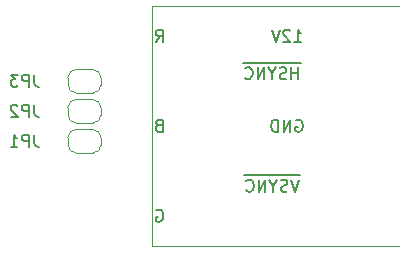
<source format=gbo>
G04 #@! TF.GenerationSoftware,KiCad,Pcbnew,(5.1.8)-1*
G04 #@! TF.CreationDate,2022-12-13T18:59:25+09:00*
G04 #@! TF.ProjectId,DIN8RJ45,44494e38-524a-4343-952e-6b696361645f,rev?*
G04 #@! TF.SameCoordinates,PX9157080PY791ddc0*
G04 #@! TF.FileFunction,Legend,Bot*
G04 #@! TF.FilePolarity,Positive*
%FSLAX46Y46*%
G04 Gerber Fmt 4.6, Leading zero omitted, Abs format (unit mm)*
G04 Created by KiCad (PCBNEW (5.1.8)-1) date 2022-12-13 18:59:25*
%MOMM*%
%LPD*%
G01*
G04 APERTURE LIST*
%ADD10C,0.120000*%
%ADD11C,0.150000*%
G04 APERTURE END LIST*
D10*
X24765000Y7620000D02*
X45720000Y7620000D01*
X24765000Y27940000D02*
X24765000Y7620000D01*
X45720000Y27940000D02*
X24765000Y27940000D01*
D11*
X25138095Y10660000D02*
X25233333Y10707620D01*
X25376190Y10707620D01*
X25519047Y10660000D01*
X25614285Y10564762D01*
X25661904Y10469524D01*
X25709523Y10279048D01*
X25709523Y10136191D01*
X25661904Y9945715D01*
X25614285Y9850477D01*
X25519047Y9755239D01*
X25376190Y9707620D01*
X25280952Y9707620D01*
X25138095Y9755239D01*
X25090476Y9802858D01*
X25090476Y10136191D01*
X25280952Y10136191D01*
X25090476Y24947620D02*
X25423809Y25423810D01*
X25661904Y24947620D02*
X25661904Y25947620D01*
X25280952Y25947620D01*
X25185714Y25900000D01*
X25138095Y25852381D01*
X25090476Y25757143D01*
X25090476Y25614286D01*
X25138095Y25519048D01*
X25185714Y25471429D01*
X25280952Y25423810D01*
X25661904Y25423810D01*
X25328571Y17851429D02*
X25185714Y17803810D01*
X25138095Y17756191D01*
X25090476Y17660953D01*
X25090476Y17518096D01*
X25138095Y17422858D01*
X25185714Y17375239D01*
X25280952Y17327620D01*
X25661904Y17327620D01*
X25661904Y18327620D01*
X25328571Y18327620D01*
X25233333Y18280000D01*
X25185714Y18232381D01*
X25138095Y18137143D01*
X25138095Y18041905D01*
X25185714Y17946667D01*
X25233333Y17899048D01*
X25328571Y17851429D01*
X25661904Y17851429D01*
X36956904Y18280000D02*
X37052142Y18327620D01*
X37195000Y18327620D01*
X37337857Y18280000D01*
X37433095Y18184762D01*
X37480714Y18089524D01*
X37528333Y17899048D01*
X37528333Y17756191D01*
X37480714Y17565715D01*
X37433095Y17470477D01*
X37337857Y17375239D01*
X37195000Y17327620D01*
X37099761Y17327620D01*
X36956904Y17375239D01*
X36909285Y17422858D01*
X36909285Y17756191D01*
X37099761Y17756191D01*
X36480714Y17327620D02*
X36480714Y18327620D01*
X35909285Y17327620D01*
X35909285Y18327620D01*
X35433095Y17327620D02*
X35433095Y18327620D01*
X35195000Y18327620D01*
X35052142Y18280000D01*
X34956904Y18184762D01*
X34909285Y18089524D01*
X34861666Y17899048D01*
X34861666Y17756191D01*
X34909285Y17565715D01*
X34956904Y17470477D01*
X35052142Y17375239D01*
X35195000Y17327620D01*
X35433095Y17327620D01*
X37282142Y13615000D02*
X36425000Y13615000D01*
X37186904Y13247620D02*
X36853571Y12247620D01*
X36520238Y13247620D01*
X36425000Y13615000D02*
X35472619Y13615000D01*
X36234523Y12295239D02*
X36091666Y12247620D01*
X35853571Y12247620D01*
X35758333Y12295239D01*
X35710714Y12342858D01*
X35663095Y12438096D01*
X35663095Y12533334D01*
X35710714Y12628572D01*
X35758333Y12676191D01*
X35853571Y12723810D01*
X36044047Y12771429D01*
X36139285Y12819048D01*
X36186904Y12866667D01*
X36234523Y12961905D01*
X36234523Y13057143D01*
X36186904Y13152381D01*
X36139285Y13200000D01*
X36044047Y13247620D01*
X35805952Y13247620D01*
X35663095Y13200000D01*
X35472619Y13615000D02*
X34615476Y13615000D01*
X35044047Y12723810D02*
X35044047Y12247620D01*
X35377380Y13247620D02*
X35044047Y12723810D01*
X34710714Y13247620D01*
X34615476Y13615000D02*
X33567857Y13615000D01*
X34377380Y12247620D02*
X34377380Y13247620D01*
X33805952Y12247620D01*
X33805952Y13247620D01*
X33567857Y13615000D02*
X32567857Y13615000D01*
X32758333Y12342858D02*
X32805952Y12295239D01*
X32948809Y12247620D01*
X33044047Y12247620D01*
X33186904Y12295239D01*
X33282142Y12390477D01*
X33329761Y12485715D01*
X33377380Y12676191D01*
X33377380Y12819048D01*
X33329761Y13009524D01*
X33282142Y13104762D01*
X33186904Y13200000D01*
X33044047Y13247620D01*
X32948809Y13247620D01*
X32805952Y13200000D01*
X32758333Y13152381D01*
X37377380Y23140000D02*
X36329761Y23140000D01*
X37139285Y21772620D02*
X37139285Y22772620D01*
X37139285Y22296429D02*
X36567857Y22296429D01*
X36567857Y21772620D02*
X36567857Y22772620D01*
X36329761Y23140000D02*
X35377380Y23140000D01*
X36139285Y21820239D02*
X35996428Y21772620D01*
X35758333Y21772620D01*
X35663095Y21820239D01*
X35615476Y21867858D01*
X35567857Y21963096D01*
X35567857Y22058334D01*
X35615476Y22153572D01*
X35663095Y22201191D01*
X35758333Y22248810D01*
X35948809Y22296429D01*
X36044047Y22344048D01*
X36091666Y22391667D01*
X36139285Y22486905D01*
X36139285Y22582143D01*
X36091666Y22677381D01*
X36044047Y22725000D01*
X35948809Y22772620D01*
X35710714Y22772620D01*
X35567857Y22725000D01*
X35377380Y23140000D02*
X34520238Y23140000D01*
X34948809Y22248810D02*
X34948809Y21772620D01*
X35282142Y22772620D02*
X34948809Y22248810D01*
X34615476Y22772620D01*
X34520238Y23140000D02*
X33472619Y23140000D01*
X34282142Y21772620D02*
X34282142Y22772620D01*
X33710714Y21772620D01*
X33710714Y22772620D01*
X33472619Y23140000D02*
X32472619Y23140000D01*
X32663095Y21867858D02*
X32710714Y21820239D01*
X32853571Y21772620D01*
X32948809Y21772620D01*
X33091666Y21820239D01*
X33186904Y21915477D01*
X33234523Y22010715D01*
X33282142Y22201191D01*
X33282142Y22344048D01*
X33234523Y22534524D01*
X33186904Y22629762D01*
X33091666Y22725000D01*
X32948809Y22772620D01*
X32853571Y22772620D01*
X32710714Y22725000D01*
X32663095Y22677381D01*
X36814047Y24947620D02*
X37385476Y24947620D01*
X37099761Y24947620D02*
X37099761Y25947620D01*
X37195000Y25804762D01*
X37290238Y25709524D01*
X37385476Y25661905D01*
X36433095Y25852381D02*
X36385476Y25900000D01*
X36290238Y25947620D01*
X36052142Y25947620D01*
X35956904Y25900000D01*
X35909285Y25852381D01*
X35861666Y25757143D01*
X35861666Y25661905D01*
X35909285Y25519048D01*
X36480714Y24947620D01*
X35861666Y24947620D01*
X35575952Y25947620D02*
X35242619Y24947620D01*
X34909285Y25947620D01*
D10*
X18350000Y18050000D02*
X19750000Y18050000D01*
X20450000Y18750000D02*
X20450000Y19350000D01*
X19750000Y20050000D02*
X18350000Y20050000D01*
X17650000Y19350000D02*
X17650000Y18750000D01*
X17650000Y18750000D02*
G75*
G03*
X18350000Y18050000I700000J0D01*
G01*
X18350000Y20050000D02*
G75*
G03*
X17650000Y19350000I0J-700000D01*
G01*
X20450000Y19350000D02*
G75*
G03*
X19750000Y20050000I-700000J0D01*
G01*
X19750000Y18050000D02*
G75*
G03*
X20450000Y18750000I0J700000D01*
G01*
X18350000Y15510000D02*
X19750000Y15510000D01*
X20450000Y16210000D02*
X20450000Y16810000D01*
X19750000Y17510000D02*
X18350000Y17510000D01*
X17650000Y16810000D02*
X17650000Y16210000D01*
X17650000Y16210000D02*
G75*
G03*
X18350000Y15510000I700000J0D01*
G01*
X18350000Y17510000D02*
G75*
G03*
X17650000Y16810000I0J-700000D01*
G01*
X20450000Y16810000D02*
G75*
G03*
X19750000Y17510000I-700000J0D01*
G01*
X19750000Y15510000D02*
G75*
G03*
X20450000Y16210000I0J700000D01*
G01*
X18350000Y20590000D02*
X19750000Y20590000D01*
X20450000Y21290000D02*
X20450000Y21890000D01*
X19750000Y22590000D02*
X18350000Y22590000D01*
X17650000Y21890000D02*
X17650000Y21290000D01*
X17650000Y21290000D02*
G75*
G03*
X18350000Y20590000I700000J0D01*
G01*
X18350000Y22590000D02*
G75*
G03*
X17650000Y21890000I0J-700000D01*
G01*
X20450000Y21890000D02*
G75*
G03*
X19750000Y22590000I-700000J0D01*
G01*
X19750000Y20590000D02*
G75*
G03*
X20450000Y21290000I0J700000D01*
G01*
D11*
X14803333Y19597620D02*
X14803333Y18883334D01*
X14850952Y18740477D01*
X14946190Y18645239D01*
X15089047Y18597620D01*
X15184285Y18597620D01*
X14327142Y18597620D02*
X14327142Y19597620D01*
X13946190Y19597620D01*
X13850952Y19550000D01*
X13803333Y19502381D01*
X13755714Y19407143D01*
X13755714Y19264286D01*
X13803333Y19169048D01*
X13850952Y19121429D01*
X13946190Y19073810D01*
X14327142Y19073810D01*
X13374761Y19502381D02*
X13327142Y19550000D01*
X13231904Y19597620D01*
X12993809Y19597620D01*
X12898571Y19550000D01*
X12850952Y19502381D01*
X12803333Y19407143D01*
X12803333Y19311905D01*
X12850952Y19169048D01*
X13422380Y18597620D01*
X12803333Y18597620D01*
X14803333Y17057620D02*
X14803333Y16343334D01*
X14850952Y16200477D01*
X14946190Y16105239D01*
X15089047Y16057620D01*
X15184285Y16057620D01*
X14327142Y16057620D02*
X14327142Y17057620D01*
X13946190Y17057620D01*
X13850952Y17010000D01*
X13803333Y16962381D01*
X13755714Y16867143D01*
X13755714Y16724286D01*
X13803333Y16629048D01*
X13850952Y16581429D01*
X13946190Y16533810D01*
X14327142Y16533810D01*
X12803333Y16057620D02*
X13374761Y16057620D01*
X13089047Y16057620D02*
X13089047Y17057620D01*
X13184285Y16914762D01*
X13279523Y16819524D01*
X13374761Y16771905D01*
X14803333Y22137620D02*
X14803333Y21423334D01*
X14850952Y21280477D01*
X14946190Y21185239D01*
X15089047Y21137620D01*
X15184285Y21137620D01*
X14327142Y21137620D02*
X14327142Y22137620D01*
X13946190Y22137620D01*
X13850952Y22090000D01*
X13803333Y22042381D01*
X13755714Y21947143D01*
X13755714Y21804286D01*
X13803333Y21709048D01*
X13850952Y21661429D01*
X13946190Y21613810D01*
X14327142Y21613810D01*
X13422380Y22137620D02*
X12803333Y22137620D01*
X13136666Y21756667D01*
X12993809Y21756667D01*
X12898571Y21709048D01*
X12850952Y21661429D01*
X12803333Y21566191D01*
X12803333Y21328096D01*
X12850952Y21232858D01*
X12898571Y21185239D01*
X12993809Y21137620D01*
X13279523Y21137620D01*
X13374761Y21185239D01*
X13422380Y21232858D01*
M02*

</source>
